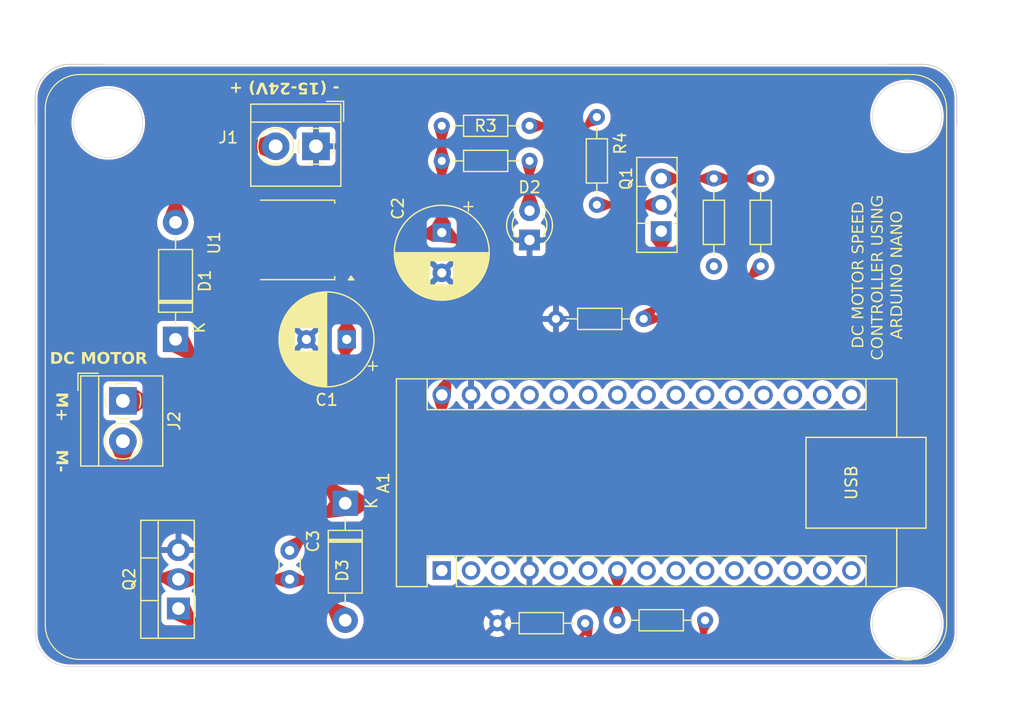
<source format=kicad_pcb>
(kicad_pcb (version 20240108) (generator "pcbnew") (generator_version "8.0")
  (layers (0 "F.Cu" signal) (31 "B.Cu" signal) (34 "B.Paste" user) (35 "F.Paste" user) (36 "B.SilkS" user "B.Silkscreen") (37 "F.SilkS" user "F.Silkscreen") (38 "B.Mask" user) (39 "F.Mask" user) (44 "Edge.Cuts" user))
  (net 0 "")
  (net 13 "PWM_IN")
  (net 23 "GND")
  (net 26 "+12V")
  (net 30 "Net-(D1-K)")
  (net 31 "Net-(D1-A)")
  (net 32 "Net-(D2-A)")
  (net 33 "Net-(Q1-C)")
  (net 34 "Net-(Q1-B)")
  (net 35 "Net-(Q1-E)")
  (net 36 "Net-(Q2-G)")
  (net 37 "VCTRL")
  (net 38 "VSENS")
  (net 39 "Net-(D3-A)")
  (footprint "Capacitor_THT:C_Disc_D3.0mm_W1.6mm_P2.50mm" (layer "F.Cu") (at 117.602 109.006 -90)
    (property "Reference" "C3" (at -0.802 -2.032 90) (layer "F.SilkS"))
    (property "Value" "1uf")
    (pad "1" thru_hole circle (at 0 0 270) (size 1.6 1.6) (drill 0.8) (layers "*.Cu" "*.Mask") (net 26 "+12V"))
    (pad "2" thru_hole circle (at 2.5 0 270) (size 1.6 1.6) (drill 0.8) (layers "*.Cu" "*.Mask") (net 39 "Net-(D3-A)"))
  )
  (footprint "Capacitor_THT:CP_Radial_D8.0mm_P3.50mm" (layer "F.Cu") (at 122.556651 90.678 180)
    (property "Reference" "C1" (at 1.75 -5.25 0) (layer "F.SilkS"))
    (property "Value" "1000uf/50V")
    (pad "1" thru_hole rect (at 0 0 180) (size 1.6 1.6) (drill 0.8) (layers "*.Cu" "*.Mask") (net 30 "Net-(D1-K)"))
    (pad "2" thru_hole circle (at 3.5 0 180) (size 1.6 1.6) (drill 0.8) (layers "*.Cu" "*.Mask") (net 23 "GND"))
  )
  (footprint "Package_TO_SOT_THT:TO-220-3_Vertical" (layer "F.Cu") (at 107.95 114.046 90)
    (property "Reference" "Q2" (at 2.54 -4.27 90) (layer "F.SilkS"))
    (property "Value" "IRF540N")
    (pad "1" thru_hole rect (at 0 0 90) (size 1.905 2) (drill 1.1) (layers "*.Cu" "*.Mask") (net 36 "Net-(Q2-G)"))
    (pad "2" thru_hole oval (at 2.54 0 90) (size 1.905 2) (drill 1.1) (layers "*.Cu" "*.Mask") (net 39 "Net-(D3-A)"))
    (pad "3" thru_hole oval (at 5.08 0 90) (size 1.905 2) (drill 1.1) (layers "*.Cu" "*.Mask") (net 23 "GND"))
  )
  (footprint "Package_TO_SOT_THT:TO-126-3_Vertical" (layer "F.Cu") (at 149.86 81.28 90)
    (property "Reference" "Q1" (at 4.56 -3.048 90) (layer "F.SilkS"))
    (property "Value" "BD139")
    (pad "1" thru_hole rect (at 0 0 90) (size 1.71 1.8) (drill 1) (layers "*.Cu" "*.Mask") (net 35 "Net-(Q1-E)"))
    (pad "2" thru_hole oval (at 2.28 0 90) (size 1.71 1.8) (drill 1) (layers "*.Cu" "*.Mask") (net 33 "Net-(Q1-C)"))
    (pad "3" thru_hole oval (at 4.56 0 90) (size 1.71 1.8) (drill 1) (layers "*.Cu" "*.Mask") (net 34 "Net-(Q1-B)"))
  )
  (footprint "Capacitor_THT:CP_Radial_D8.0mm_P3.50mm" (layer "F.Cu") (at 130.81 81.405349 -90)
    (property "Reference" "C2" (at -2.088 3.81 90) (layer "F.SilkS"))
    (property "Value" "100uf/25V")
    (pad "1" thru_hole rect (at 0 0 270) (size 1.6 1.6) (drill 0.8) (layers "*.Cu" "*.Mask") (net 26 "+12V"))
    (pad "2" thru_hole circle (at 3.5 0 270) (size 1.6 1.6) (drill 0.8) (layers "*.Cu" "*.Mask") (net 23 "GND"))
  )
  (footprint "Resistor_THT:R_Axial_DIN0204_L3.6mm_D1.6mm_P7.62mm_Horizontal" (layer "F.Cu") (at 154.432 84.328 90)
    (property "Reference" "R1" (hide yes))
    (property "Value" "220R")
    (pad "1" thru_hole circle (at 0 0 90) (size 1.4 1.4) (drill 0.7) (layers "*.Cu" "*.Mask") (net 37 "VCTRL"))
    (pad "2" thru_hole oval (at 7.62 0 90) (size 1.4 1.4) (drill 0.7) (layers "*.Cu" "*.Mask") (net 34 "Net-(Q1-B)"))
  )
  (footprint "Package_TO_SOT_SMD:TO-252-2" (layer "F.Cu") (at 118.203 82.041 180)
    (property "Reference" "U1" (at 7.152 -0.26 90) (layer "F.SilkS"))
    (property "Value" "L7812")
    (pad "1" smd roundrect (at -5.04 -2.28 180) (size 2.2 1.2) (layers "F.Cu" "F.Paste" "F.Mask") (roundrect_rratio 0.208333) (net 30 "Net-(D1-K)"))
    (pad "2" smd roundrect (at -0.415 -1.525 180) (size 3.05 2.75) (layers "F.Cu" "F.Paste") (roundrect_rratio 0.090909) (net 23 "GND"))
    (pad "2" smd roundrect (at -0.415 1.525 180) (size 3.05 2.75) (layers "F.Cu" "F.Paste") (roundrect_rratio 0.090909) (net 23 "GND"))
    (pad "2" smd roundrect (at 1.26 0 180) (size 6.4 5.8) (layers "F.Cu" "F.Mask") (roundrect_rratio 0.043103) (net 23 "GND"))
    (pad "2" smd roundrect (at 2.935 -1.525 180) (size 3.05 2.75) (layers "F.Cu" "F.Paste") (roundrect_rratio 0.090909) (net 23 "GND"))
    (pad "2" smd roundrect (at 2.935 1.525 180) (size 3.05 2.75) (layers "F.Cu" "F.Paste") (roundrect_rratio 0.090909) (net 23 "GND"))
    (pad "3" smd roundrect (at -5.04 2.28 180) (size 2.2 1.2) (layers "F.Cu" "F.Paste" "F.Mask") (roundrect_rratio 0.208333) (net 26 "+12V"))
  )
  (footprint "Diode_THT:D_DO-41_SOD81_P10.16mm_Horizontal" (layer "F.Cu") (at 107.696 90.678 90)
    (property "Reference" "D1" (at 5.08 2.54 90) (layer "F.SilkS"))
    (property "Value" "1N4007" (hide yes))
    (fp_text user "K" (at 1.016 2.032 90) (layer "F.SilkS"))
    (pad "1" thru_hole rect (at 0 0 90) (size 2.2 2.2) (drill 1.1) (layers "*.Cu" "*.Mask") (net 30 "Net-(D1-K)"))
    (pad "2" thru_hole oval (at 10.16 0 90) (size 2.2 2.2) (drill 1.1) (layers "*.Cu" "*.Mask") (net 31 "Net-(D1-A)"))
  )
  (footprint "Resistor_THT:R_Axial_DIN0204_L3.6mm_D1.6mm_P7.62mm_Horizontal" (layer "F.Cu") (at 148.336 88.9 180)
    (property "Reference" "R5" (hide yes))
    (property "Value" "0")
    (pad "1" thru_hole circle (at 0 0 180) (size 1.4 1.4) (drill 0.7) (layers "*.Cu" "*.Mask") (net 35 "Net-(Q1-E)"))
    (pad "2" thru_hole oval (at 7.62 0 180) (size 1.4 1.4) (drill 0.7) (layers "*.Cu" "*.Mask") (net 23 "GND"))
  )
  (footprint "LED_THT:LED_D3.0mm" (layer "F.Cu") (at 138.43 82.047 90)
    (property "Reference" "D2" (at 4.577 0 180) (layer "F.SilkS"))
    (property "Value" "LED")
    (pad "1" thru_hole rect (at 0 0 90) (size 1.8 1.8) (drill 0.9) (layers "*.Cu" "*.Mask") (net 23 "GND"))
    (pad "2" thru_hole circle (at 2.54 0 90) (size 1.8 1.8) (drill 0.9) (layers "*.Cu" "*.Mask") (net 32 "Net-(D2-A)"))
  )
  (footprint "Resistor_THT:R_Axial_DIN0204_L3.6mm_D1.6mm_P7.62mm_Horizontal" (layer "F.Cu") (at 144.272 71.374 -90)
    (property "Reference" "R4" (at 2.286 -2.032 90) (layer "F.SilkS"))
    (property "Value" "8k")
    (pad "1" thru_hole circle (at 0 0 270) (size 1.4 1.4) (drill 0.7) (layers "*.Cu" "*.Mask") (net 38 "VSENS"))
    (pad "2" thru_hole oval (at 7.62 0 270) (size 1.4 1.4) (drill 0.7) (layers "*.Cu" "*.Mask") (net 33 "Net-(Q1-C)"))
  )
  (footprint "Resistor_THT:R_Axial_DIN0204_L3.6mm_D1.6mm_P7.62mm_Horizontal" (layer "F.Cu") (at 135.636 115.316)
    (property "Reference" "R8" (hide yes))
    (property "Value" "10k")
    (pad "1" thru_hole circle (at 0 0) (size 1.4 1.4) (drill 0.7) (layers "*.Cu" "*.Mask") (net 23 "GND"))
    (pad "2" thru_hole oval (at 7.62 0) (size 1.4 1.4) (drill 0.7) (layers "*.Cu" "*.Mask") (net 36 "Net-(Q2-G)"))
  )
  (footprint "Module:Arduino_Nano" (layer "F.Cu") (at 130.81 110.744 90)
    (property "Reference" "A1" (at 7.62 -5.08 90) (layer "F.SilkS"))
    (property "Value" "Arduino_Nano_Every")
    (fp_text user "USB" (at 7.62 35.56 90) (layer "F.SilkS"))
    (pad "1" thru_hole rect (at 0 0 90) (size 1.6 1.6) (drill 1) (layers "*.Cu" "*.Mask"))
    (pad "2" thru_hole oval (at 0 2.54 90) (size 1.6 1.6) (drill 1) (layers "*.Cu" "*.Mask"))
    (pad "3" thru_hole oval (at 0 5.08 90) (size 1.6 1.6) (drill 1) (layers "*.Cu" "*.Mask"))
    (pad "4" thru_hole oval (at 0 7.62 90) (size 1.6 1.6) (drill 1) (layers "*.Cu" "*.Mask") (net 23 "GND"))
    (pad "5" thru_hole oval (at 0 10.16 90) (size 1.6 1.6) (drill 1) (layers "*.Cu" "*.Mask"))
    (pad "6" thru_hole oval (at 0 12.7 90) (size 1.6 1.6) (drill 1) (layers "*.Cu" "*.Mask"))
    (pad "7" thru_hole oval (at 0 15.24 90) (size 1.6 1.6) (drill 1) (layers "*.Cu" "*.Mask") (net 13 "PWM_IN"))
    (pad "8" thru_hole oval (at 0 17.78 90) (size 1.6 1.6) (drill 1) (layers "*.Cu" "*.Mask"))
    (pad "9" thru_hole oval (at 0 20.32 90) (size 1.6 1.6) (drill 1) (layers "*.Cu" "*.Mask"))
    (pad "10" thru_hole oval (at 0 22.86 90) (size 1.6 1.6) (drill 1) (layers "*.Cu" "*.Mask"))
    (pad "11" thru_hole oval (at 0 25.4 90) (size 1.6 1.6) (drill 1) (layers "*.Cu" "*.Mask"))
    (pad "12" thru_hole oval (at 0 27.94 90) (size 1.6 1.6) (drill 1) (layers "*.Cu" "*.Mask"))
    (pad "13" thru_hole oval (at 0 30.48 90) (size 1.6 1.6) (drill 1) (layers "*.Cu" "*.Mask"))
    (pad "14" thru_hole oval (at 0 33.02 90) (size 1.6 1.6) (drill 1) (layers "*.Cu" "*.Mask"))
    (pad "15" thru_hole oval (at 0 35.56 90) (size 1.6 1.6) (drill 1) (layers "*.Cu" "*.Mask"))
    (pad "16" thru_hole oval (at 15.24 35.56 90) (size 1.6 1.6) (drill 1) (layers "*.Cu" "*.Mask"))
    (pad "17" thru_hole oval (at 15.24 33.02 90) (size 1.6 1.6) (drill 1) (layers "*.Cu" "*.Mask"))
    (pad "18" thru_hole oval (at 15.24 30.48 90) (size 1.6 1.6) (drill 1) (layers "*.Cu" "*.Mask"))
    (pad "19" thru_hole oval (at 15.24 27.94 90) (size 1.6 1.6) (drill 1) (layers "*.Cu" "*.Mask"))
    (pad "20" thru_hole oval (at 15.24 25.4 90) (size 1.6 1.6) (drill 1) (layers "*.Cu" "*.Mask"))
    (pad "21" thru_hole oval (at 15.24 22.86 90) (size 1.6 1.6) (drill 1) (layers "*.Cu" "*.Mask"))
    (pad "22" thru_hole oval (at 15.24 20.32 90) (size 1.6 1.6) (drill 1) (layers "*.Cu" "*.Mask"))
    (pad "23" thru_hole oval (at 15.24 17.78 90) (size 1.6 1.6) (drill 1) (layers "*.Cu" "*.Mask"))
    (pad "24" thru_hole oval (at 15.24 15.24 90) (size 1.6 1.6) (drill 1) (layers "*.Cu" "*.Mask"))
    (pad "25" thru_hole oval (at 15.24 12.7 90) (size 1.6 1.6) (drill 1) (layers "*.Cu" "*.Mask"))
    (pad "26" thru_hole oval (at 15.24 10.16 90) (size 1.6 1.6) (drill 1) (layers "*.Cu" "*.Mask"))
    (pad "27" thru_hole oval (at 15.24 7.62 90) (size 1.6 1.6) (drill 1) (layers "*.Cu" "*.Mask"))
    (pad "28" thru_hole oval (at 15.24 5.08 90) (size 1.6 1.6) (drill 1) (layers "*.Cu" "*.Mask"))
    (pad "29" thru_hole oval (at 15.24 2.54 90) (size 1.6 1.6) (drill 1) (layers "*.Cu" "*.Mask") (net 23 "GND"))
    (pad "30" thru_hole oval (at 15.24 0 90) (size 1.6 1.6) (drill 1) (layers "*.Cu" "*.Mask") (net 26 "+12V"))
  )
  (footprint "TerminalBlock_4Ucon:TerminalBlock_4Ucon_1x02_P3.50mm_Horizontal" (layer "F.Cu") (at 119.888 73.914 180)
    (property "Reference" "J1" (at 7.62 0.762 0) (layer "F.SilkS"))
    (property "Value" "Screw_Terminal_01x02" (hide yes))
    (pad "1" thru_hole rect (at 0 0 180) (size 2.4 2.4) (drill 1.2) (layers "*.Cu" "*.Mask") (net 23 "GND"))
    (pad "2" thru_hole circle (at 3.5 0 180) (size 2.4 2.4) (drill 1.2) (layers "*.Cu" "*.Mask") (net 31 "Net-(D1-A)"))
  )
  (footprint "Resistor_THT:R_Axial_DIN0204_L3.6mm_D1.6mm_P7.62mm_Horizontal" (layer "F.Cu") (at 130.81 75.184)
    (property "Reference" "R6" (hide yes))
    (property "Value" "2.2k")
    (pad "1" thru_hole circle (at 0 0) (size 1.4 1.4) (drill 0.7) (layers "*.Cu" "*.Mask") (net 26 "+12V"))
    (pad "2" thru_hole oval (at 7.62 0) (size 1.4 1.4) (drill 0.7) (layers "*.Cu" "*.Mask") (net 32 "Net-(D2-A)"))
  )
  (footprint "Resistor_THT:R_Axial_DIN0204_L3.6mm_D1.6mm_P7.62mm_Horizontal" (layer "F.Cu") (at 146.05 115.062)
    (property "Reference" "R7" (hide yes))
    (property "Value" "220R")
    (pad "1" thru_hole circle (at 0 0) (size 1.4 1.4) (drill 0.7) (layers "*.Cu" "*.Mask") (net 13 "PWM_IN"))
    (pad "2" thru_hole oval (at 7.62 0) (size 1.4 1.4) (drill 0.7) (layers "*.Cu" "*.Mask") (net 36 "Net-(Q2-G)"))
  )
  (footprint "Resistor_THT:R_Axial_DIN0204_L3.6mm_D1.6mm_P7.62mm_Horizontal" (layer "F.Cu") (at 130.81 72.136)
    (property "Reference" "R3" (at 3.81 0 0) (layer "F.SilkS"))
    (property "Value" "33k")
    (pad "1" thru_hole circle (at 0 0) (size 1.4 1.4) (drill 0.7) (layers "*.Cu" "*.Mask") (net 26 "+12V"))
    (pad "2" thru_hole oval (at 7.62 0) (size 1.4 1.4) (drill 0.7) (layers "*.Cu" "*.Mask") (net 38 "VSENS"))
  )
  (footprint "TerminalBlock_4Ucon:TerminalBlock_4Ucon_1x02_P3.50mm_Horizontal" (layer "F.Cu") (at 103.124 96.012 -90)
    (property "Reference" "J2" (at 1.75 -4.46 90) (layer "F.SilkS"))
    (property "Value" "Screw_Terminal_01x02" (hide yes))
    (pad "1" thru_hole rect (at 0 0 270) (size 2.4 2.4) (drill 1.2) (layers "*.Cu" "*.Mask") (net 26 "+12V"))
    (pad "2" thru_hole circle (at 3.5 0 270) (size 2.4 2.4) (drill 1.2) (layers "*.Cu" "*.Mask") (net 39 "Net-(D3-A)"))
  )
  (footprint "Resistor_THT:R_Axial_DIN0204_L3.6mm_D1.6mm_P7.62mm_Horizontal" (layer "F.Cu") (at 158.496 76.708 -90)
    (property "Reference" "R2" (hide yes))
    (property "Value" "10k")
    (pad "1" thru_hole circle (at 0 0 270) (size 1.4 1.4) (drill 0.7) (layers "*.Cu" "*.Mask") (net 34 "Net-(Q1-B)"))
    (pad "2" thru_hole oval (at 7.62 0 270) (size 1.4 1.4) (drill 0.7) (layers "*.Cu" "*.Mask") (net 35 "Net-(Q1-E)"))
  )
  (footprint "Diode_THT:D_DO-41_SOD81_P10.16mm_Horizontal" (layer "F.Cu") (at 122.428 104.902 -90)
    (property "Reference" "D3" (at 5.842 0.254 90) (layer "F.SilkS"))
    (property "Value" "1N4007")
    (fp_text user "K" (at 0 -2.286 90) (layer "F.SilkS"))
    (pad "1" thru_hole rect (at 0 0 270) (size 2.2 2.2) (drill 1.1) (layers "*.Cu" "*.Mask") (net 26 "+12V"))
    (pad "2" thru_hole oval (at 10.16 0 270) (size 2.2 2.2) (drill 1.1) (layers "*.Cu" "*.Mask") (net 39 "Net-(D3-A)"))
  )
  (gr_line (start 171.63532 118.46332) (end 99.386354 118.46332) (stroke (width 0.1)) (layer "F.SilkS"))
  (gr_arc (start 96.386354 70.68268) (mid 97.265034 68.56136) (end 99.386354 67.68268) (stroke (width 0.1)) (layer "F.SilkS"))
  (gr_line (start 99.386354 67.68268) (end 171.63532 67.68268) (stroke (width 0.1)) (layer "F.SilkS"))
  (gr_arc (start 171.63532 67.68268) (mid 173.75664 68.56136) (end 174.63532 70.68268) (stroke (width 0.1)) (layer "F.SilkS"))
  (gr_line (start 96.386354 115.46332) (end 96.386354 70.68268) (stroke (width 0.1)) (layer "F.SilkS"))
  (gr_arc (start 174.63532 115.46332) (mid 173.756634 117.584634) (end 171.63532 118.46332) (stroke (width 0.1)) (layer "F.SilkS"))
  (gr_line (start 174.63532 70.68268) (end 174.63532 115.46332) (stroke (width 0.1)) (layer "F.SilkS"))
  (gr_arc (start 99.386354 118.46332) (mid 97.265056 117.584625) (end 96.386354 115.46332) (stroke (width 0.1)) (layer "F.SilkS"))
  (gr_line (start 101.346 66.802) (end 169.672 66.802) (stroke (width 0.05)) (layer "Edge.Cuts"))
  (gr_line (start 95.514 72.088) (end 95.509686 69.807675) (stroke (width 0.1)) (layer "Edge.Cuts"))
  (gr_line (start 98.509681 66.802) (end 101.346 66.802) (stroke (width 0.1)) (layer "Edge.Cuts"))
  (gr_circle (center 101.854 71.882) (end 104.854 71.882) (stroke (width 0.05)) (fill none) (layer "Edge.Cuts"))
  (gr_arc (start 175.514 116.088) (mid 174.63532 118.20932) (end 172.514 119.088) (stroke (width 0.05)) (layer "Edge.Cuts"))
  (gr_circle (center 171.196 71.326) (end 174.196 71.326) (stroke (width 0.05)) (fill none) (layer "Edge.Cuts"))
  (gr_arc (start 98.514 119.088) (mid 96.39268 118.20932) (end 95.514 116.088) (stroke (width 0.05)) (layer "Edge.Cuts"))
  (gr_line (start 175.514 72.088) (end 175.514 116.088) (stroke (width 0.05)) (layer "Edge.Cuts"))
  (gr_arc (start 172.514 66.802) (mid 174.63532 67.68068) (end 175.514 69.802) (stroke (width 0.1)) (layer "Edge.Cuts"))
  (gr_line (start 175.514 69.802) (end 175.514 72.088) (stroke (width 0.1)) (layer "Edge.Cuts"))
  (gr_circle (center 171.196 115.364) (end 174.196 115.364) (stroke (width 0.05)) (fill none) (layer "Edge.Cuts"))
  (gr_line (start 95.514 116.088) (end 95.514 72.088) (stroke (width 0.05)) (layer "Edge.Cuts"))
  (gr_arc (start 95.509686 69.807675) (mid 96.386354 67.68268) (end 98.509681 66.802) (stroke (width 0.1)) (layer "Edge.Cuts"))
  (gr_line (start 169.672 66.802) (end 172.514 66.802) (stroke (width 0.1)) (layer "Edge.Cuts"))
  (gr_line (start 172.514 119.088) (end 98.514 119.088) (stroke (width 0.05)) (layer "Edge.Cuts"))
  (gr_text "M+     M-\n\n" (at 95.504 95.25 270) (layer "F.SilkS") (effects (font (size 1 1) (thickness 0.1)) (justify left bottom)))
  (gr_text "DC MOTOR\n" (at 96.774 92.964 0) (layer "F.SilkS") (effects (font (size 1 1) (thickness 0.1)) (justify left bottom)))
  (gr_text "DC MOTOR SPEED\nCONTROLLER USING \nARDUINO NANO\n" (at 170.942 85.09 90) (layer "F.SilkS") (effects (font (size 1 1) (thickness 0.1)) (justify bottom)))
  (gr_text "- (15-24V) +\n\n" (at 121.92 66.548 180) (layer "F.SilkS") (effects (font (size 1 1) (thickness 0.1)) (justify left bottom)))
  (segment (start 146.05 115.062) (end 146.05 110.744) (width 0.4) (layer "F.Cu") (net 13))
  (segment (start 103.124 96.012) (end 113.538 96.012) (width 0.6) (layer "F.Cu") (net 26))
  (segment (start 130.81 95.504) (end 130.81 94.742) (width 0.6) (layer "F.Cu") (net 26))
  (segment (start 121.706 104.902) (end 122.428 104.902) (width 0.6) (layer "F.Cu") (net 26))
  (segment (start 123.243 79.761) (end 125.016 81.534) (width 0.6) (layer "F.Cu") (net 26))
  (segment (start 122.428 104.902) (end 124.714 104.902) (width 0.6) (layer "F.Cu") (net 26))
  (segment (start 117.602 109.006) (end 121.706 104.902) (width 0.6) (layer "F.Cu") (net 26))
  (segment (start 130.681349 81.534) (end 130.81 81.405349) (width 0.6) (layer "F.Cu") (net 26))
  (segment (start 134.366 84.328) (end 131.443349 81.405349) (width 0.6) (layer "F.Cu") (net 26))
  (segment (start 113.538 96.012) (end 122.428 104.902) (width 0.6) (layer "F.Cu") (net 26))
  (segment (start 130.81 94.742) (end 134.366 91.186) (width 0.6) (layer "F.Cu") (net 26))
  (segment (start 124.714 104.902) (end 130.81 98.806) (width 0.6) (layer "F.Cu") (net 26))
  (segment (start 134.366 91.186) (end 134.366 84.328) (width 0.6) (layer "F.Cu") (net 26))
  (segment (start 130.81 72.136) (end 130.81 75.184) (width 0.6) (layer "F.Cu") (net 26))
  (segment (start 125.016 81.534) (end 130.681349 81.534) (width 0.6) (layer "F.Cu") (net 26))
  (segment (start 130.81 75.184) (end 130.81 81.405349) (width 0.6) (layer "F.Cu") (net 26))
  (segment (start 131.443349 81.405349) (end 130.81 81.405349) (width 0.6) (layer "F.Cu") (net 26))
  (segment (start 130.81 98.806) (end 130.81 95.504) (width 0.6) (layer "F.Cu") (net 26))
  (segment (start 122.556651 85.007349) (end 122.556651 90.678) (width 0.6) (layer "F.Cu") (net 30))
  (segment (start 120.65 93.726) (end 122.556651 91.819349) (width 0.6) (layer "F.Cu") (net 30))
  (segment (start 110.744 93.726) (end 120.65 93.726) (width 0.6) (layer "F.Cu") (net 30))
  (segment (start 123.243 84.321) (end 122.556651 85.007349) (width 0.6) (layer "F.Cu") (net 30))
  (segment (start 122.556651 91.819349) (end 122.556651 90.678) (width 0.6) (layer "F.Cu") (net 30))
  (segment (start 107.696 90.678) (end 110.744 93.726) (width 0.6) (layer "F.Cu") (net 30))
  (segment (start 110.998 73.914) (end 116.388 73.914) (width 0.6) (layer "F.Cu") (net 31))
  (segment (start 107.696 80.518) (end 107.696 77.216) (width 0.6) (layer "F.Cu") (net 31))
  (segment (start 107.696 77.216) (end 110.998 73.914) (width 0.6) (layer "F.Cu") (net 31))
  (segment (start 138.43 75.184) (end 138.43 79.507) (width 0.6) (layer "F.Cu") (net 32))
  (segment (start 144.526 78.994) (end 144.532 79) (width 0.4) (layer "F.Cu") (net 33))
  (segment (start 144.532 79) (end 149.86 79) (width 0.4) (layer "F.Cu") (net 33))
  (segment (start 144.272 78.994) (end 144.526 78.994) (width 0.4) (layer "F.Cu") (net 33))
  (segment (start 158.496 76.708) (end 154.432 76.708) (width 0.4) (layer "F.Cu") (net 34))
  (segment (start 154.166 76.72) (end 149.86 76.72) (width 0.4) (layer "F.Cu") (net 34))
  (segment (start 154.178 76.708) (end 154.166 76.72) (width 0.4) (layer "F.Cu") (net 34))
  (segment (start 154.432 76.708) (end 154.178 76.708) (width 0.4) (layer "F.Cu") (net 34))
  (segment (start 153.924 88.9) (end 148.336 88.9) (width 0.4) (layer "F.Cu") (net 35))
  (segment (start 149.86 87.376) (end 148.336 88.9) (width 0.4) (layer "F.Cu") (net 35))
  (segment (start 149.86 81.28) (end 149.86 87.376) (width 0.4) (layer "F.Cu") (net 35))
  (segment (start 158.496 84.328) (end 153.924 88.9) (width 0.4) (layer "F.Cu") (net 35))
  (segment (start 107.95 114.046) (end 111.506 117.602) (width 0.4) (layer "F.Cu") (net 36))
  (segment (start 153.67 116.078) (end 152.146 117.602) (width 0.4) (layer "F.Cu") (net 36))
  (segment (start 144.78 117.602) (end 143.256 116.078) (width 0.4) (layer "F.Cu") (net 36))
  (segment (start 152.146 117.602) (end 144.78 117.602) (width 0.4) (layer "F.Cu") (net 36))
  (segment (start 111.506 117.602) (end 141.732 117.602) (width 0.4) (layer "F.Cu") (net 36))
  (segment (start 153.67 115.062) (end 153.67 116.078) (width 0.4) (layer "F.Cu") (net 36))
  (segment (start 141.732 117.602) (end 143.256 116.078) (width 0.4) (layer "F.Cu") (net 36))
  (segment (start 143.256 116.078) (end 143.256 115.316) (width 0.4) (layer "F.Cu") (net 36))
  (segment (start 138.43 72.136) (end 143.51 72.136) (width 0.4) (layer "F.Cu") (net 38))
  (segment (start 143.51 72.136) (end 144.272 71.374) (width 0.4) (layer "F.Cu") (net 38))
  (segment (start 117.602 111.506) (end 107.95 111.506) (width 0.6) (layer "F.Cu") (net 39))
  (segment (start 117.602 111.506) (end 118.872 111.506) (width 0.6) (layer "F.Cu") (net 39))
  (segment (start 106.426 111.506) (end 107.95 111.506) (width 0.6) (layer "F.Cu") (net 39))
  (segment (start 103.124 108.204) (end 106.426 111.506) (width 0.6) (layer "F.Cu") (net 39))
  (segment (start 118.872 111.506) (end 122.428 115.062) (width 0.6) (layer "F.Cu") (net 39))
  (segment (start 103.124 99.512) (end 103.124 108.204) (width 0.6) (layer "F.Cu") (net 39))
  (zone (net 23) (net_name "GND") (layers "F&B.Cu") (connect_pads (clearance 0.5)) (min_thickness 0.25) (fill yes (thermal_gap 0.5) (thermal_bridge_width 0.5) (smoothing fillet) (radius 3))
    (polygon (pts (xy 92.964 61.468) (xy 92.456 122.682) (xy 181.356 120.65) (xy 180.086 64.77) (xy 97.028 61.214)))
  )
)
</source>
